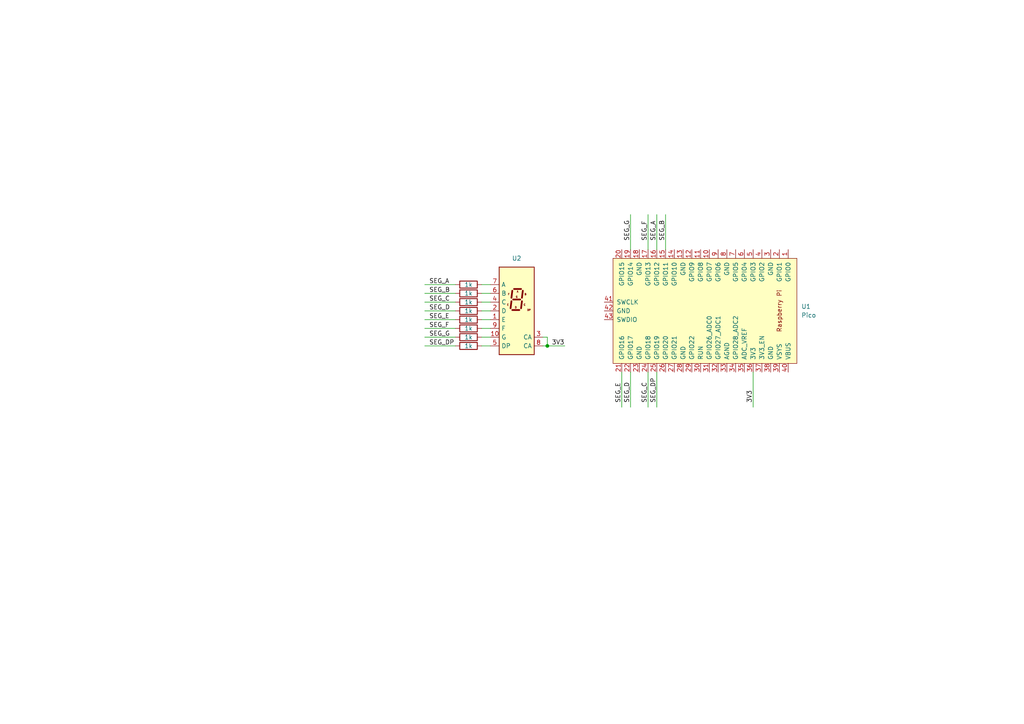
<source format=kicad_sch>
(kicad_sch (version 20230121) (generator eeschema)
  (paper "A4")
  (lib_symbols
    (symbol "Device:R" (pin_numbers hide) (pin_names (offset 0))
      (property "Reference" "R" (at 2.032 0 90))
      (property "Value" "R" (at 0 0 90))
      (symbol "R_0_1"
        (rectangle (start -1.016 -2.54) (end 1.016 2.54) (stroke (width 0.254)))
      )
      (symbol "R_1_1"
        (pin passive line (at 0 3.81 270) (length 1.27) (name "~") (number "1"))
        (pin passive line (at 0 -3.81 90) (length 1.27) (name "~") (number "2"))
      )
    )
    (symbol "Display_Character:KCSA02-136" (pin_names (offset 0.635))
      (property "Reference" "U" (at -2.54 13.97 0))
      (property "Value" "KCSA02-136" (at 1.27 13.97 0))
      (symbol "KCSA02-136_0_0"
        (text "A" (at 0.254 5.588 0) (effects (font (size 0.508 0.508))))
        (text "B" (at 2.54 4.826 0) (effects (font (size 0.508 0.508))))
        (text "C" (at 2.286 1.778 0) (effects (font (size 0.508 0.508))))
        (text "D" (at -0.254 1.016 0) (effects (font (size 0.508 0.508))))
        (text "DP" (at 3.556 0.254 0) (effects (font (size 0.508 0.508))))
        (text "E" (at -2.54 1.778 0) (effects (font (size 0.508 0.508))))
        (text "F" (at -2.286 4.826 0) (effects (font (size 0.508 0.508))))
        (text "G" (at 0 4.064 0) (effects (font (size 0.508 0.508))))
      )
      (symbol "KCSA02-136_0_1"
        (rectangle (start -5.08 12.7) (end 5.08 -12.7) (stroke (width 0.254)) (fill (type background)))
        (polyline (pts (xy -1.524 2.794) (xy -1.778 0.762)) (stroke (width 0.508)))
        (polyline (pts (xy -1.27 0.254) (xy 0.762 0.254)) (stroke (width 0.508)))
        (polyline (pts (xy -1.27 5.842) (xy -1.524 3.81)) (stroke (width 0.508)))
        (polyline (pts (xy -1.016 3.302) (xy 1.016 3.302)) (stroke (width 0.508)))
        (polyline (pts (xy -0.762 6.35) (xy 1.27 6.35)) (stroke (width 0.508)))
        (polyline (pts (xy 1.524 2.794) (xy 1.27 0.762)) (stroke (width 0.508)))
        (polyline (pts (xy 1.778 5.842) (xy 1.524 3.81)) (stroke (width 0.508)))
        (polyline (pts (xy 2.54 0.254) (xy 2.54 0.254)) (stroke (width 0.508)))
      )
      (symbol "KCSA02-136_1_1"
        (pin input line (at -7.62 -2.54 0) (length 2.54) (name "E") (number "1"))
        (pin input line (at -7.62 -7.62 0) (length 2.54) (name "G") (number "10"))
        (pin input line (at -7.62 0 0) (length 2.54) (name "D") (number "2"))
        (pin input line (at 7.62 -7.62 180) (length 2.54) (name "CA") (number "3"))
        (pin input line (at -7.62 2.54 0) (length 2.54) (name "C") (number "4"))
        (pin input line (at -7.62 -10.16 0) (length 2.54) (name "DP") (number "5"))
        (pin input line (at -7.62 5.08 0) (length 2.54) (name "B") (number "6"))
        (pin input line (at -7.62 7.62 0) (length 2.54) (name "A") (number "7"))
        (pin input line (at 7.62 -10.16 180) (length 2.54) (name "CA") (number "8"))
        (pin input line (at -7.62 -5.08 0) (length 2.54) (name "F") (number "9"))
      )
    )
    (symbol "RpiPico:Pico" (pin_names (offset 1.016))
      (property "Reference" "U" (at -13.97 27.94 0))
      (property "Value" "Pico" (at 0 19.05 0))
      (symbol "Pico_0_0"
        (text "Raspberry Pi" (at 0 21.59 0) (effects (font (size 1.27 1.27))))
      )
      (symbol "Pico_0_1"
        (rectangle (start -15.24 26.67) (end 15.24 -26.67) (fill (type background)))
      )
      (symbol "Pico_1_1"
        (pin bidirectional line (at -17.78 24.13 0) (length 2.54) (name "GPIO0") (number "1"))
        (pin bidirectional line (at -17.78 1.27 0) (length 2.54) (name "GPIO7") (number "10"))
        (pin bidirectional line (at -17.78 -1.27 0) (length 2.54) (name "GPIO8") (number "11"))
        (pin bidirectional line (at -17.78 -3.81 0) (length 2.54) (name "GPIO9") (number "12"))
        (pin power_in line (at -17.78 -6.35 0) (length 2.54) (name "GND") (number "13"))
        (pin bidirectional line (at -17.78 -8.89 0) (length 2.54) (name "GPIO10") (number "14"))
        (pin bidirectional line (at -17.78 -11.43 0) (length 2.54) (name "GPIO11") (number "15"))
        (pin bidirectional line (at -17.78 -13.97 0) (length 2.54) (name "GPIO12") (number "16"))
        (pin bidirectional line (at -17.78 -16.51 0) (length 2.54) (name "GPIO13") (number "17"))
        (pin power_in line (at -17.78 -19.05 0) (length 2.54) (name "GND") (number "18"))
        (pin bidirectional line (at -17.78 -21.59 0) (length 2.54) (name "GPIO14") (number "19"))
        (pin bidirectional line (at -17.78 21.59 0) (length 2.54) (name "GPIO1") (number "2"))
        (pin bidirectional line (at -17.78 -24.13 0) (length 2.54) (name "GPIO15") (number "20"))
        (pin bidirectional line (at 17.78 -24.13 180) (length 2.54) (name "GPIO16") (number "21"))
        (pin bidirectional line (at 17.78 -21.59 180) (length 2.54) (name "GPIO17") (number "22"))
        (pin power_in line (at 17.78 -19.05 180) (length 2.54) (name "GND") (number "23"))
        (pin bidirectional line (at 17.78 -16.51 180) (length 2.54) (name "GPIO18") (number "24"))
        (pin bidirectional line (at 17.78 -13.97 180) (length 2.54) (name "GPIO19") (number "25"))
        (pin bidirectional line (at 17.78 -11.43 180) (length 2.54) (name "GPIO20") (number "26"))
        (pin bidirectional line (at 17.78 -8.89 180) (length 2.54) (name "GPIO21") (number "27"))
        (pin power_in line (at 17.78 -6.35 180) (length 2.54) (name "GND") (number "28"))
        (pin bidirectional line (at 17.78 -3.81 180) (length 2.54) (name "GPIO22") (number "29"))
        (pin power_in line (at -17.78 19.05 0) (length 2.54) (name "GND") (number "3"))
        (pin input line (at 17.78 -1.27 180) (length 2.54) (name "RUN") (number "30"))
        (pin bidirectional line (at 17.78 1.27 180) (length 2.54) (name "GPIO26_ADC0") (number "31"))
        (pin bidirectional line (at 17.78 3.81 180) (length 2.54) (name "GPIO27_ADC1") (number "32"))
        (pin power_in line (at 17.78 6.35 180) (length 2.54) (name "AGND") (number "33"))
        (pin bidirectional line (at 17.78 8.89 180) (length 2.54) (name "GPIO28_ADC2") (number "34"))
        (pin unspecified line (at 17.78 11.43 180) (length 2.54) (name "ADC_VREF") (number "35"))
        (pin unspecified line (at 17.78 13.97 180) (length 2.54) (name "3V3") (number "36"))
        (pin input line (at 17.78 16.51 180) (length 2.54) (name "3V3_EN") (number "37"))
        (pin bidirectional line (at 17.78 19.05 180) (length 2.54) (name "GND") (number "38"))
        (pin unspecified line (at 17.78 21.59 180) (length 2.54) (name "VSYS") (number "39"))
        (pin bidirectional line (at -17.78 16.51 0) (length 2.54) (name "GPIO2") (number "4"))
        (pin unspecified line (at 17.78 24.13 180) (length 2.54) (name "VBUS") (number "40"))
        (pin input line (at -2.54 -29.21 90) (length 2.54) (name "SWCLK") (number "41"))
        (pin power_in line (at 0 -29.21 90) (length 2.54) (name "GND") (number "42"))
        (pin bidirectional line (at 2.54 -29.21 90) (length 2.54) (name "SWDIO") (number "43"))
        (pin bidirectional line (at -17.78 13.97 0) (length 2.54) (name "GPIO3") (number "5"))
        (pin bidirectional line (at -17.78 11.43 0) (length 2.54) (name "GPIO4") (number "6"))
        (pin bidirectional line (at -17.78 8.89 0) (length 2.54) (name "GPIO5") (number "7"))
        (pin power_in line (at -17.78 6.35 0) (length 2.54) (name "GND") (number "8"))
        (pin bidirectional line (at -17.78 3.81 0) (length 2.54) (name "GPIO6") (number "9"))
      )
    )
  )
  (junction (at 158.75 100.33))
  (wire (pts (xy 123.19 92.71) (xy 132.08 92.71)))
  (wire (pts (xy 180.34 107.95) (xy 180.34 118.11)))
  (wire (pts (xy 142.24 90.17) (xy 139.7 90.17)))
  (wire (pts (xy 190.5 118.11) (xy 190.5 107.95)))
  (wire (pts (xy 187.96 107.95) (xy 187.96 118.11)))
  (wire (pts (xy 182.88 62.23) (xy 182.88 72.39)))
  (wire (pts (xy 157.48 100.33) (xy 158.75 100.33)))
  (wire (pts (xy 158.75 100.33) (xy 163.83 100.33)))
  (wire (pts (xy 123.19 95.25) (xy 132.08 95.25)))
  (wire (pts (xy 123.19 90.17) (xy 132.08 90.17)))
  (wire (pts (xy 123.19 85.09) (xy 132.08 85.09)))
  (wire (pts (xy 139.7 100.33) (xy 142.24 100.33)))
  (wire (pts (xy 139.7 87.63) (xy 142.24 87.63)))
  (wire (pts (xy 123.19 87.63) (xy 132.08 87.63)))
  (wire (pts (xy 123.19 97.79) (xy 132.08 97.79)))
  (wire (pts (xy 187.96 62.23) (xy 187.96 72.39)))
  (wire (pts (xy 190.5 62.23) (xy 190.5 72.39)))
  (wire (pts (xy 139.7 95.25) (xy 142.24 95.25)))
  (wire (pts (xy 182.88 107.95) (xy 182.88 118.11)))
  (wire (pts (xy 193.04 62.23) (xy 193.04 72.39)))
  (wire (pts (xy 139.7 85.09) (xy 142.24 85.09)))
  (wire (pts (xy 139.7 97.79) (xy 142.24 97.79)))
  (wire (pts (xy 139.7 82.55) (xy 142.24 82.55)))
  (wire (pts (xy 139.7 92.71) (xy 142.24 92.71)))
  (wire (pts (xy 218.44 107.95) (xy 218.44 118.11)))
  (wire (pts (xy 132.08 100.33) (xy 123.19 100.33)))
  (wire (pts (xy 158.75 97.79) (xy 158.75 100.33)))
  (wire (pts (xy 157.48 97.79) (xy 158.75 97.79)))
  (wire (pts (xy 123.19 82.55) (xy 132.08 82.55)))
  (label "SEG_B" (at 124.46 85.09 0))
  (label "SEG_F" (at 124.46 95.25 0))
  (label "SEG_G" (at 124.46 97.79 0))
  (label "3V3" (at 160.02 100.33 0))
  (label "SEG_D" (at 124.46 90.17 0))
  (label "SEG_A" (at 124.46 82.55 0))
  (label "SEG_C" (at 187.96 116.84 90))
  (label "SEG_C" (at 124.46 87.63 0))
  (label "3V3" (at 218.44 116.84 90))
  (label "SEG_F" (at 187.96 69.85 90))
  (label "SEG_DP" (at 190.5 116.84 90))
  (label "SEG_E" (at 180.34 116.84 90))
  (label "SEG_E" (at 124.46 92.71 0))
  (label "SEG_DP" (at 124.46 100.33 0))
  (label "SEG_D" (at 182.88 116.84 90))
  (label "SEG_A" (at 190.5 69.85 90))
  (label "SEG_B" (at 193.04 69.85 90))
  (label "SEG_G" (at 182.88 69.85 90))
  (symbol (lib_id "Device:R") (at 135.89 82.55 90) (unit 1)
    (property "Reference" "R1" (effects hide))
    (property "Value" "1k" (at 135.89 82.55 90))
  )
  (symbol (lib_id "Device:R") (at 135.89 92.71 90) (unit 1)
    (property "Reference" "R5" (effects hide))
    (property "Value" "1k" (at 135.89 92.71 90))
  )
  (symbol (lib_id "Device:R") (at 135.89 87.63 90) (unit 1)
    (property "Reference" "R3" (effects hide))
    (property "Value" "1k" (at 135.89 87.63 90))
  )
  (symbol (lib_id "Device:R") (at 135.89 90.17 90) (unit 1)
    (property "Reference" "R4" (effects hide))
    (property "Value" "1k" (at 135.89 90.17 90))
  )
  (symbol (lib_id "Device:R") (at 135.89 95.25 90) (unit 1)
    (property "Reference" "R6" (effects hide))
    (property "Value" "1k" (at 135.89 95.25 90))
  )
  (symbol (lib_id "Device:R") (at 135.89 85.09 90) (unit 1)
    (property "Reference" "R2" (effects hide))
    (property "Value" "1k" (at 135.89 85.09 90))
  )
  (symbol (lib_id "Display_Character:KCSA02-136") (at 149.86 90.17 0) (unit 1)
    (property "Reference" "U2" (at 149.86 74.93 0))
    (property "Value" "KCSA02-136" (effects hide))
    (property "Footprint" "Display_7Segment:KCSC02-136" (effects hide))
    (property "Datasheet" "http://www.kingbright.com/attachments/file/psearch/000/00/00/KCSA02-136(Ver.7B).pdf" (effects hide))
  )
  (symbol (lib_id "RpiPico:Pico") (at 204.47 90.17 270) (unit 1)
    (property "Reference" "U1" (at 232.41 88.9 90) (effects (justify left)))
    (property "Value" "Pico" (at 232.41 91.44 90) (effects (justify left)))
    (property "Footprint" "RPi_Pico:RPi_Pico_SMD_TH" (effects hide))
  )
  (symbol (lib_id "Device:R") (at 135.89 100.33 90) (unit 1)
    (property "Reference" "R8" (effects hide))
    (property "Value" "1k" (at 135.89 100.33 90))
  )
  (symbol (lib_id "Device:R") (at 135.89 97.79 90) (unit 1)
    (property "Reference" "R7" (effects hide))
    (property "Value" "1k" (at 135.89 97.79 90))
  )
)
</source>
